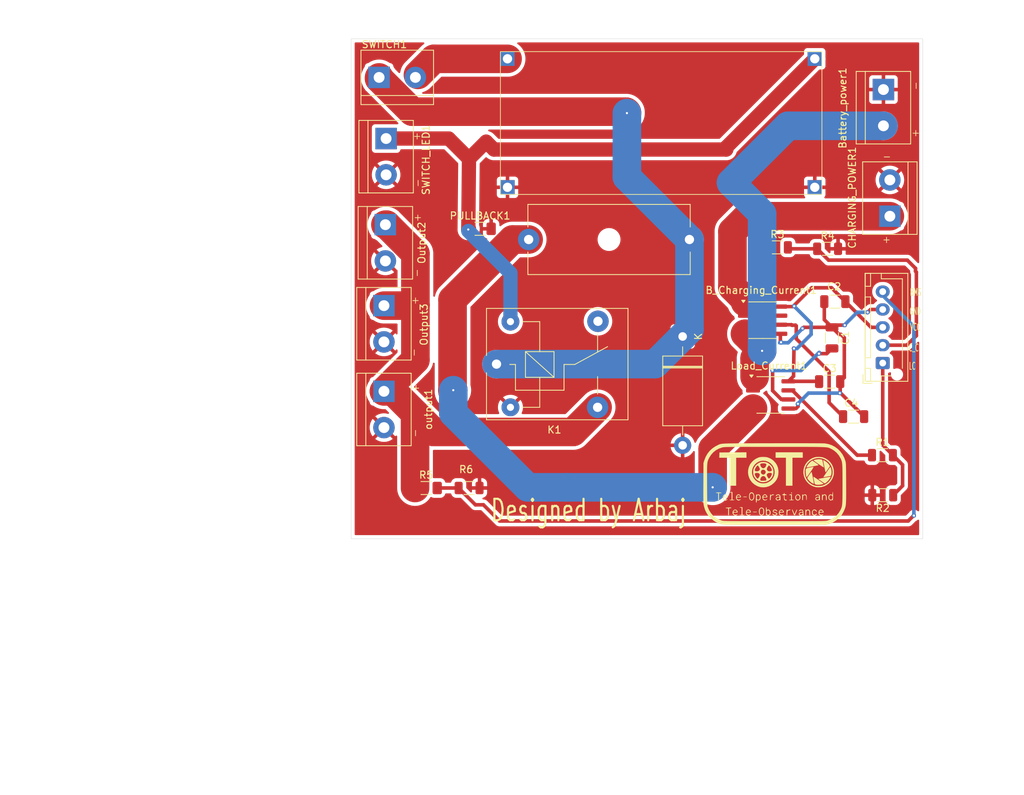
<source format=kicad_pcb>
(kicad_pcb (version 20240108) (generator "pcbnew") (generator_version "8.0")
  (layers (0 "F.Cu" signal) (31 "B.Cu" signal) (34 "B.Paste" user) (35 "F.Paste" user) (36 "B.SilkS" user "B.Silkscreen") (37 "F.SilkS" user "F.Silkscreen") (38 "B.Mask" user) (39 "F.Mask" user) (44 "Edge.Cuts" user))
  (net 0 "")
  (net 1 "Net-(Battery_power1-Pin_2)")
  (net 2 "/GND")
  (net 3 "Net-(B_Charging_Current1-FILTER)")
  (net 4 "/5v_R_pi_4")
  (net 5 "Net-(CHARGING_POWER1-Pin_1)")
  (net 6 "/charging_current")
  (net 7 "/R_pi_GND")
  (net 8 "Net-(Load_Current1-FILTER)")
  (net 9 "/16V")
  (net 10 "Net-(F1-Pad1)")
  (net 11 "/Charging_current_signal")
  (net 12 "/OUTPUT_VOLTAGE_Signal")
  (net 13 "/Load_current_signal")
  (net 14 "/O{slash}P_16V")
  (net 16 "/Relay_5V")
  (net 17 "/Load_current")
  (net 18 "Net-(SWITCH1-Pin_2)")
  (footprint "TerminalBlock:TerminalBlock_bornier-2_P5.08mm" (layer "F.Cu") (at 82.7 90.32 -90)
    (property "Reference" "Output2" (at 2.54 -5.08 90) (layer "F.SilkS"))
    (property "Value" "Screw_Terminal_01x02" (hide yes))
    (pad "1" thru_hole rect (at 0 0 270) (size 3 3) (drill 1.52) (layers "*.Cu" "*.Mask") (net 14 "/O{slash}P_16V"))
    (pad "2" thru_hole circle (at 5.08 0 270) (size 3 3) (drill 1.52) (layers "*.Cu" "*.Mask") (net 2 "/GND"))
  )
  (footprint "Package_SO:SOIC-8_3.9x4.9mm_P1.27mm" (layer "F.Cu") (at 136.625 114.165)
    (property "Reference" "Load_Current1" (at -0.245 -4.075 0) (layer "F.SilkS"))
    (property "Value" "ACS712xLCTR-20A" (hide yes))
    (pad "1" smd roundrect (at -2.475 -1.905) (size 1.95 0.6) (layers "F.Cu" "F.Paste" "F.Mask") (net 1 "Net-(Battery_power1-Pin_2)"))
    (pad "2" smd roundrect (at -2.475 -0.635) (size 1.95 0.6) (layers "F.Cu" "F.Paste" "F.Mask") (net 1 "Net-(Battery_power1-Pin_2)"))
    (pad "3" smd roundrect (at -2.475 0.635) (size 1.95 0.6) (layers "F.Cu" "F.Paste" "F.Mask") (net 10 "Net-(F1-Pad1)"))
    (pad "4" smd roundrect (at -2.475 1.905) (size 1.95 0.6) (layers "F.Cu" "F.Paste" "F.Mask") (net 10 "Net-(F1-Pad1)"))
    (pad "5" smd roundrect (at 2.475 1.905) (size 1.95 0.6) (layers "F.Cu" "F.Paste" "F.Mask") (net 7 "/R_pi_GND"))
    (pad "6" smd roundrect (at 2.475 0.635) (size 1.95 0.6) (layers "F.Cu" "F.Paste" "F.Mask") (net 8 "Net-(Load_Current1-FILTER)"))
    (pad "7" smd roundrect (at 2.475 -0.635) (size 1.95 0.6) (layers "F.Cu" "F.Paste" "F.Mask") (net 17 "/Load_current"))
    (pad "8" smd roundrect (at 2.475 -1.905) (size 1.95 0.6) (layers "F.Cu" "F.Paste" "F.Mask") (net 4 "/5v_R_pi_4"))
  )
  (footprint "Capacitor_SMD:C_1206_3216Metric" (layer "F.Cu") (at 144.875 112.3)
    (property "Reference" "C3" (at 0 -1.85 0) (layer "F.SilkS"))
    (property "Value" "0.1uF")
    (pad "1" smd roundrect (at -1.475 0) (size 1.15 1.8) (layers "F.Cu" "F.Paste" "F.Mask") (roundrect_rratio 0.217391) (net 4 "/5v_R_pi_4"))
    (pad "2" smd roundrect (at 1.475 0) (size 1.15 1.8) (layers "F.Cu" "F.Paste" "F.Mask") (roundrect_rratio 0.217391) (net 7 "/R_pi_GND"))
  )
  (footprint "TerminalBlock:TerminalBlock_bornier-2_P5.08mm" (layer "F.Cu") (at 153.3 89.14 90)
    (property "Reference" "CHARGING_POWER1" (at 2.6 -5.27 90) (layer "F.SilkS"))
    (property "Value" "Screw_Terminal_01x02" (hide yes))
    (pad "1" thru_hole rect (at 0 0 90) (size 3 3) (drill 1.52) (layers "*.Cu" "*.Mask") (net 5 "Net-(CHARGING_POWER1-Pin_1)"))
    (pad "2" thru_hole circle (at 5.08 0 90) (size 3 3) (drill 1.52) (layers "*.Cu" "*.Mask") (net 2 "/GND"))
  )
  (footprint "TerminalBlock:TerminalBlock_bornier-2_P5.08mm" (layer "F.Cu") (at 81.82 69.7)
    (property "Reference" "SWITCH1" (at 0.74 -4.62 0) (layer "F.SilkS"))
    (property "Value" "Screw_Terminal_01x02" (hide yes))
    (pad "1" thru_hole rect (at 0 0) (size 3 3) (drill 1.52) (layers "*.Cu" "*.Mask") (net 9 "/16V"))
    (pad "2" thru_hole circle (at 5.08 0) (size 3 3) (drill 1.52) (layers "*.Cu" "*.Mask") (net 18 "Net-(SWITCH1-Pin_2)"))
  )
  (footprint "TerminalBlock:TerminalBlock_bornier-2_P5.08mm" (layer "F.Cu") (at 82.5 113.66 -90)
    (property "Reference" "output1" (at 2.52 -6.22 90) (layer "F.SilkS"))
    (property "Value" "Screw_Terminal_01x02" (hide yes))
    (pad "1" thru_hole rect (at 0 0 270) (size 3 3) (drill 1.52) (layers "*.Cu" "*.Mask") (net 14 "/O{slash}P_16V"))
    (pad "2" thru_hole circle (at 5.08 0 270) (size 3 3) (drill 1.52) (layers "*.Cu" "*.Mask") (net 2 "/GND"))
  )
  (footprint "Capacitor_SMD:C_1206_3216Metric" (layer "F.Cu") (at 145.6 101.1)
    (property "Reference" "C2" (at -0.1 -2.1 0) (layer "F.SilkS"))
    (property "Value" "0.1uF")
    (pad "1" smd roundrect (at -1.475 0) (size 1.15 1.8) (layers "F.Cu" "F.Paste" "F.Mask") (roundrect_rratio 0.217391) (net 7 "/R_pi_GND"))
    (pad "2" smd roundrect (at 1.475 0) (size 1.15 1.8) (layers "F.Cu" "F.Paste" "F.Mask") (roundrect_rratio 0.217391) (net 4 "/5v_R_pi_4"))
  )
  (footprint "TerminalBlock:TerminalBlock_bornier-2_P5.08mm" (layer "F.Cu") (at 82.8 78.26 -90)
    (property "Reference" "SWITCH_LED1" (at 2.99 -5.59 90) (layer "F.SilkS"))
    (property "Value" "Screw_Terminal_01x02" (hide yes))
    (pad "1" thru_hole rect (at 0 0 270) (size 3 3) (drill 1.52) (layers "*.Cu" "*.Mask") (net 16 "/Relay_5V"))
    (pad "2" thru_hole circle (at 5.08 0 270) (size 3 3) (drill 1.52) (layers "*.Cu" "*.Mask") (net 2 "/GND"))
  )
  (footprint "Capacitor_SMD:C_1206_3216Metric" (layer "F.Cu") (at 145.2 106.175 -90)
    (property "Reference" "C1" (at 0 -1.85 90) (layer "F.SilkS"))
    (property "Value" "1nF")
    (pad "1" smd roundrect (at -1.475 0 270) (size 1.15 1.8) (layers "F.Cu" "F.Paste" "F.Mask") (roundrect_rratio 0.217391) (net 7 "/R_pi_GND"))
    (pad "2" smd roundrect (at 1.475 0 270) (size 1.15 1.8) (layers "F.Cu" "F.Paste" "F.Mask") (roundrect_rratio 0.217391) (net 8 "Net-(Load_Current1-FILTER)"))
  )
  (footprint "Capacitor_SMD:C_1206_3216Metric" (layer "F.Cu") (at 148.225 117.2)
    (property "Reference" "C4" (at -0.325 -1.9 0) (layer "F.SilkS"))
    (property "Value" "1nF")
    (pad "1" smd roundrect (at -1.475 0) (size 1.15 1.8) (layers "F.Cu" "F.Paste" "F.Mask") (roundrect_rratio 0.217391) (net 3 "Net-(B_Charging_Current1-FILTER)"))
    (pad "2" smd roundrect (at 1.475 0) (size 1.15 1.8) (layers "F.Cu" "F.Paste" "F.Mask") (roundrect_rratio 0.217391) (net 7 "/R_pi_GND"))
  )
  (footprint "Connector_JST:JST_XH_B5B-XH-AM_1x05_P2.50mm_Vertical" (layer "F.Cu") (at 152.3 109.7 90)
    (property "Reference" "J1" (hide yes))
    (property "Value" "Conn_01x05_Socket" (hide yes))
    (pad "" np_thru_hole circle (at -1.6 2 90) (size 1.2 1.2) (drill 1.2) (layers "*.Cu" "*.Mask"))
    (pad "1" thru_hole roundrect (at 0 0 90) (size 1.7 1.95) (drill 0.95) (layers "*.Cu" "*.Mask") (roundrect_rratio 0.147059) (net 13 "/Load_current_signal"))
    (pad "2" thru_hole oval (at 2.5 0 90) (size 1.7 1.95) (drill 0.95) (layers "*.Cu" "*.Mask") (net 11 "/Charging_current_signal"))
    (pad "3" thru_hole oval (at 5 0 90) (size 1.7 1.95) (drill 0.95) (layers "*.Cu" "*.Mask") (net 4 "/5v_R_pi_4"))
    (pad "4" thru_hole oval (at 7.5 0 90) (size 1.7 1.95) (drill 0.95) (layers "*.Cu" "*.Mask") (net 7 "/R_pi_GND"))
    (pad "5" thru_hole oval (at 10 0 90) (size 1.7 1.95) (drill 0.95) (layers "*.Cu" "*.Mask") (net 12 "/OUTPUT_VOLTAGE_Signal"))
  )
  (footprint "LOGOS.preety:toto" (layer "F.Cu") (at 137.19 126.72)
    (property "Reference" "G***" (hide yes))
    (property "Value" "LOGO" (hide yes))
  )
  (footprint "Resistor_SMD:R_1206_3216Metric" (layer "F.Cu") (at 152.3 128.2 180)
    (property "Reference" "R2" (at 0 -1.82 0) (layer "F.SilkS"))
    (property "Value" "3.3k")
    (pad "1" smd roundrect (at -1.4625 0 180) (size 1.125 1.75) (layers "F.Cu" "F.Paste" "F.Mask") (roundrect_rratio 0.222222) (net 13 "/Load_current_signal"))
    (pad "2" smd roundrect (at 1.4625 0 180) (size 1.125 1.75) (layers "F.Cu" "F.Paste" "F.Mask") (roundrect_rratio 0.222222) (net 2 "/GND"))
  )
  (footprint "Diode_THT:D_DO-27_P15.24mm_Horizontal" (layer "F.Cu") (at 124.3 105.98 -90)
    (property "Reference" "D1" (hide yes))
    (property "Value" "D" (hide yes))
    (fp_text user "K" (at 0 -2.2 90) (layer "F.SilkS"))
    (pad "1" thru_hole rect (at 0 0 270) (size 2.4 2.4) (drill 1.2) (layers "*.Cu" "*.Mask") (net 9 "/16V"))
    (pad "2" thru_hole oval (at 15.24 0 270) (size 2.4 2.4) (drill 1.2) (layers "*.Cu" "*.Mask") (net 2 "/GND"))
  )
  (footprint "TerminalBlock:TerminalBlock_bornier-2_P5.08mm" (layer "F.Cu") (at 152.4 71.4 -90)
    (property "Reference" "Battery_power1" (at 2.6 5.7 90) (layer "F.SilkS"))
    (property "Value" "Screw_Terminal_01x02" (hide yes))
    (pad "1" thru_hole rect (at 0 0 270) (size 3 3) (drill 1.52) (layers "*.Cu" "*.Mask") (net 2 "/GND"))
    (pad "2" thru_hole circle (at 5.08 0 270) (size 3 3) (drill 1.52) (layers "*.Cu" "*.Mask") (net 1 "Net-(Battery_power1-Pin_2)"))
  )
  (footprint "Package_SO:SOIC-8_3.9x4.9mm_P1.27mm" (layer "F.Cu") (at 135.5 103.7)
    (property "Reference" "B_Charging_Current1" (at -0.2 -4.2 0) (layer "F.SilkS"))
    (property "Value" "ACS712xLCTR-20A" (hide yes))
    (pad "1" smd roundrect (at -2.475 -1.905) (size 1.95 0.6) (layers "F.Cu" "F.Paste" "F.Mask") (net 5 "Net-(CHARGING_POWER1-Pin_1)"))
    (pad "2" smd roundrect (at -2.475 -0.635) (size 1.95 0.6) (layers "F.Cu" "F.Paste" "F.Mask") (net 5 "Net-(CHARGING_POWER1-Pin_1)"))
    (pad "3" smd roundrect (at -2.475 0.635) (size 1.95 0.6) (layers "F.Cu" "F.Paste" "F.Mask") (net 1 "Net-(Battery_power1-Pin_2)"))
    (pad "4" smd roundrect (at -2.475 1.905) (size 1.95 0.6) (layers "F.Cu" "F.Paste" "F.Mask") (net 1 "Net-(Battery_power1-Pin_2)"))
    (pad "5" smd roundrect (at 2.475 1.905) (size 1.95 0.6) (layers "F.Cu" "F.Paste" "F.Mask") (net 7 "/R_pi_GND"))
    (pad "6" smd roundrect (at 2.475 0.635) (size 1.95 0.6) (layers "F.Cu" "F.Paste" "F.Mask") (net 3 "Net-(B_Charging_Current1-FILTER)"))
    (pad "7" smd roundrect (at 2.475 -0.635) (size 1.95 0.6) (layers "F.Cu" "F.Paste" "F.Mask") (net 6 "/charging_current"))
    (pad "8" smd roundrect (at 2.475 -1.905) (size 1.95 0.6) (layers "F.Cu" "F.Paste" "F.Mask") (net 4 "/5v_R_pi_4"))
  )
  (footprint "LOGOS.preety:toto" (layer "F.Cu") (at 122.6 164.55)
    (property "Reference" "G***" (hide yes))
    (property "Value" "LOGO" (hide yes))
  )
  (footprint "Resistor_SMD:R_1206_3216Metric" (layer "F.Cu") (at 137.5625 93.5)
    (property "Reference" "R3" (at 0 -1.82 0) (layer "F.SilkS"))
    (property "Value" "2.2k")
    (pad "1" smd roundrect (at -1.4625 0) (size 1.125 1.75) (layers "F.Cu" "F.Paste" "F.Mask") (roundrect_rratio 0.222222) (net 6 "/charging_current"))
    (pad "2" smd roundrect (at 1.4625 0) (size 1.125 1.75) (layers "F.Cu" "F.Paste" "F.Mask") (roundrect_rratio 0.222222) (net 11 "/Charging_current_signal"))
  )
  (footprint "LOGOS.preety:toto" (layer "F.Cu") (at 38.76 110.6)
    (property "Reference" "G***" (hide yes))
    (property "Value" "LOGO" (hide yes))
  )
  (footprint "Relay_THT:Relay_SPDT_SANYOU_SRD_Series_Form_C" (layer "F.Cu") (at 98.25 109.85)
    (property "Reference" "K1" (at 8.1 9.2 0) (layer "F.SilkS"))
    (property "Value" "RELAY" (hide yes))
    (pad "1" thru_hole circle (at 0 0 90) (size 3 3) (drill 1.3) (layers "*.Cu" "*.Mask") (net 9 "/16V"))
    (pad "2" thru_hole circle (at 1.95 6.05 90) (size 2.5 2.5) (drill 1) (layers "*.Cu" "*.Mask") (net 2 "/GND"))
    (pad "3" thru_hole circle (at 14.15 6.05 90) (size 3 3) (drill 1.3) (layers "*.Cu" "*.Mask") (net 14 "/O{slash}P_16V"))
    (pad "4" thru_hole circle (at 14.2 -6 90) (size 3 3) (drill 1.3) (layers "*.Cu" "*.Mask"))
    (pad "5" thru_hole circle (at 1.95 -5.95 90) (size 2.5 2.5) (drill 1) (layers "*.Cu" "*.Mask") (net 16 "/Relay_5V"))
  )
  (footprint "TerminalBlock:TerminalBlock_bornier-2_P5.08mm" (layer "F.Cu") (at 82.5 101.66 -90)
    (property "Reference" "Output3" (at 2.65 -5.6 90) (layer "F.SilkS"))
    (property "Value" "Screw_Terminal_01x02" (hide yes))
    (pad "1" thru_hole rect (at 0 0 270) (size 3 3) (drill 1.52) (layers "*.Cu" "*.Mask") (net 14 "/O{slash}P_16V"))
    (pad "2" thru_hole circle (at 5.08 0 270) (size 3 3) (drill 1.52) (layers "*.Cu" "*.Mask") (net 2 "/GND"))
  )
  (footprint "Resistor_SMD:R_1206_3216Metric_Pad1.30x1.75mm_HandSolder" (layer "F.Cu") (at 95.95 90.9)
    (property "Reference" "PULLBACK1" (at 0 -1.82 0) (layer "F.SilkS"))
    (property "Value" "10k Ohm")
    (pad "1" smd roundrect (at -1.55 0) (size 1.3 1.75) (layers "F.Cu" "F.Paste" "F.Mask") (roundrect_rratio 0.192308) (net 16 "/Relay_5V"))
    (pad "2" smd roundrect (at 1.55 0) (size 1.3 1.75) (layers "F.Cu" "F.Paste" "F.Mask") (roundrect_rratio 0.192308) (net 2 "/GND"))
  )
  (footprint "Resistor_SMD:R_1206_3216Metric" (layer "F.Cu") (at 144.5875 93.7)
    (property "Reference" "R4" (at 0 -1.82 0) (layer "F.SilkS"))
    (property "Value" "3.3k")
    (pad "1" smd roundrect (at -1.4625 0) (size 1.125 1.75) (layers "F.Cu" "F.Paste" "F.Mask") (roundrect_rratio 0.222222) (net 11 "/Charging_current_signal"))
    (pad "2" smd roundrect (at 1.4625 0) (size 1.125 1.75) (layers "F.Cu" "F.Paste" "F.Mask") (roundrect_rratio 0.222222) (net 2 "/GND"))
  )
  (footprint "MY_Custom_library:Lm2596" (layer "F.Cu") (at 98.79 66.09)
    (property "Reference" "U1" (hide yes))
    (property "Value" "~" (hide yes))
    (pad "1" thru_hole rect (at 1 1) (size 2 2) (drill 1.3) (layers "*.Cu" "*.Mask") (net 18 "Net-(SWITCH1-Pin_2)"))
    (pad "2" thru_hole rect (at 1 19) (size 2 2) (drill 1.3) (layers "*.Cu" "*.Mask") (net 2 "/GND"))
    (pad "3" thru_hole rect (at 44 1) (size 2 2) (drill 1.3) (layers "*.Cu" "*.Mask") (net 16 "/Relay_5V"))
    (pad "4" thru_hole rect (at 44 19) (size 2 2) (drill 1.3) (layers "*.Cu" "*.Mask") (net 2 "/GND"))
  )
  (footprint "Resistor_SMD:R_1206_3216Metric" (layer "F.Cu") (at 94.4125 127.2)
    (property "Reference" "R6" (at -0.4125 -2.6 0) (layer "F.SilkS"))
    (property "Value" "2.2k")
    (pad "1" smd roundrect (at -1.4625 0) (size 1.125 1.75) (layers "F.Cu" "F.Paste" "F.Mask") (roundrect_rratio 0.222222) (net 12 "/OUTPUT_VOLTAGE_Signal"))
    (pad "2" smd roundrect (at 1.4625 0) (size 1.125 1.75) (layers "F.Cu" "F.Paste" "F.Mask") (roundrect_rratio 0.222222) (net 2 "/GND"))
  )
  (footprint "Resistor_SMD:R_1206_3216Metric_Pad1.30x1.75mm_HandSolder" (layer "F.Cu") (at 88.4 127.2)
    (property "Reference" "R5" (at 0 -1.82 0) (layer "F.SilkS"))
    (property "Value" "10k")
    (pad "1" smd roundrect (at -1.55 0) (size 1.3 1.75) (layers "F.Cu" "F.Paste" "F.Mask") (roundrect_rratio 0.192308) (net 14 "/O{slash}P_16V"))
    (pad "2" smd roundrect (at 1.55 0) (size 1.3 1.75) (layers "F.Cu" "F.Paste" "F.Mask") (roundrect_rratio 0.192308) (net 12 "/OUTPUT_VOLTAGE_Signal"))
  )
  (footprint "Resistor_SMD:R_1206_3216Metric" (layer "F.Cu") (at 152.2625 122.6)
    (property "Reference" "R1" (at 0 -1.82 0) (layer "F.SilkS"))
    (property "Value" "2.2k")
    (pad "1" smd roundrect (at -1.4625 0) (size 1.125 1.75) (layers "F.Cu" "F.Paste" "F.Mask") (roundrect_rratio 0.222222) (net 17 "/Load_current"))
    (pad "2" smd roundrect (at 1.4625 0) (size 1.125 1.75) (layers "F.Cu" "F.Paste" "F.Mask") (roundrect_rratio 0.222222) (net 13 "/Load_current_signal"))
  )
  (footprint "Fuse:Fuseholder_Cylinder-5x20mm_Schurter_0031_8201_Horizontal_Open" (layer "F.Cu") (at 102.75 92.4)
    (property "Reference" "F1" (hide yes))
    (property "Value" "Fuse_Small" (hide yes))
    (pad "" np_thru_hole circle (at 11.25 0) (size 2.7 2.7) (drill 2.7) (layers "*.Cu" "*.Mask"))
    (pad "1" thru_hole circle (at 0 0) (size 3 3) (drill 1.3) (layers "*.Cu" "*.Mask") (net 10 "Net-(F1-Pad1)"))
    (pad "2" thru_hole circle (at 22.5 0) (size 3 3) (drill 1.3) (layers "*.Cu" "*.Mask") (net 9 "/16V"))
  )
  (gr_rect (start 77.9 64.3) (end 157.9 134.3) (stroke (width 0.05)) (fill none) (layer "Edge.Cuts"))
  (gr_text "LC" (at 155.92 110.71 0) (layer "F.SilkS") (effects (font (size 1 0.5) (thickness 0.1)) (justify left bottom)))
  (gr_text "+" (at 86.23 101.46 0) (layer "F.SilkS") (effects (font (size 1 1) (thickness 0.1)) (justify left bottom)))
  (gr_text "-\n" (at 87.25 108.91 90) (layer "F.SilkS") (effects (font (size 1 1) (thickness 0.1)) (justify left bottom)))
  (gr_text "+" (at 86.55 89.85 0) (layer "F.SilkS") (effects (font (size 1 1) (thickness 0.1)) (justify left bottom)))
  (gr_text "-\n" (at 87.43 120.2 90) (layer "F.SilkS") (effects (font (size 1 1) (thickness 0.1)) (justify left bottom)))
  (gr_text "VCC" (at 156.08 105.26 0) (layer "F.SilkS") (effects (font (size 1 0.5) (thickness 0.1)) (justify left bottom)))
  (gr_text "+\n" (at 156.24 78.02 0) (layer "F.SilkS") (effects (font (size 1 1) (thickness 0.1)) (justify left bottom)))
  (gr_text "-\n" (at 87.67 97.77 90) (layer "F.SilkS") (effects (font (size 1 1) (thickness 0.1)) (justify left bottom)))
  (gr_text "-\n" (at 87.79 85.18 90) (layer "F.SilkS") (effects (font (size 1 1) (thickness 0.1)) (justify left bottom)))
  (gr_text "-\n" (at 152.2 81.35 0) (layer "F.SilkS") (effects (font (size 1 1) (thickness 0.1)) (justify left bottom)))
  (gr_text "BMS" (at 156.08 100.36 0) (layer "F.SilkS") (effects (font (size 1 0.5) (thickness 0.1)) (justify left bottom)))
  (gr_text "Designed by Arbaj" (at 97.28 132.09 0) (layer "F.SilkS") (effects (font (size 3 2) (thickness 0.3) (bold yes)) (justify left bottom)))
  (gr_text "-\n" (at 157.49 71.56 90) (layer "F.SilkS") (effects (font (size 1 1) (thickness 0.1)) (justify left bottom)))
  (gr_text "+" (at 86.46 78.47 0) (layer "F.SilkS") (effects (font (size 1 1) (thickness 0.1)) (justify left bottom)))
  (gr_text "GND" (at 156.01 103.04 0) (layer "F.SilkS") (effects (font (size 1 0.5) (thickness 0.1)) (justify left bottom)))
  (gr_text "+" (at 152.15 92.97 0) (layer "F.SilkS") (effects (font (size 1 1) (thickness 0.1)) (justify left bottom)))
  (gr_text "C_C" (at 155.88 108.15 0) (layer "F.SilkS") (effects (font (size 1 0.5) (thickness 0.1)) (justify left bottom)))
  (gr_text "+" (at 86.3 113.72 0) (layer "F.SilkS") (effects (font (size 1 1) (thickness 0.1)) (justify left bottom)))
  (segment (start 133.035 105.605) (end 135.42 107.99) (width 4) (layer "F.Cu") (net 1))
  (segment (start 134.37 109.04) (end 134.37 111.64) (width 4) (layer "F.Cu") (net 1))
  (segment (start 133.025 105.605) (end 133.035 105.605) (width 4) (layer "F.Cu") (net 1))
  (segment (start 135.42 107.99) (end 134.37 109.04) (width 4) (layer "F.Cu") (net 1))
  (via (at 135.42 107.99) (size 0.6) (drill 0.3) (layers "F.Cu" "B.Cu") (net 1))
  (segment (start 135.42 88.79) (end 135.42 107.99) (width 4) (layer "B.Cu") (net 1))
  (segment (start 131.07 84.44) (end 135.42 88.79) (width 4) (layer "B.Cu") (net 1))
  (segment (start 135.42 107.99) (end 135.42 107.874823) (width 4) (layer "B.Cu") (net 1))
  (segment (start 152.4 76.48) (end 139.03 76.48) (width 4) (layer "B.Cu") (net 1))
  (segment (start 139.03 76.48) (end 131.07 84.44) (width 4) (layer "B.Cu") (net 1))
  (segment (start 139.535 104.335) (end 137.975 104.335) (width 0.5) (layer "F.Cu") (net 3))
  (segment (start 140.2 106.3) (end 140.2 104.5) (width 0.5) (layer "F.Cu") (net 3))
  (segment (start 144.8 115.25) (end 144.8 110.9) (width 0.5) (layer "F.Cu") (net 3))
  (segment (start 144.8 110.9) (end 140.2 106.3) (width 0.5) (layer "F.Cu") (net 3))
  (segment (start 140.1 104.4) (end 139.6 104.4) (width 0.5) (layer "F.Cu") (net 3))
  (segment (start 139.6 104.4) (end 139.535 104.335) (width 0.5) (layer "F.Cu") (net 3))
  (segment (start 146.75 117.2) (end 144.8 115.25) (width 0.5) (layer "F.Cu") (net 3))
  (segment (start 140.2 104.5) (end 140.1 104.4) (width 0.5) (layer "F.Cu") (net 3))
  (segment (start 142.37 99.16) (end 145.135 99.16) (width 0.5) (layer "F.Cu") (net 4))
  (segment (start 152.3 104.7) (end 150.675 104.7) (width 0.5) (layer "F.Cu") (net 4))
  (segment (start 143.36 112.26) (end 143.4 112.3) (width 0.5) (layer "F.Cu") (net 4))
  (segment (start 150.675 104.7) (end 147.075 101.1) (width 0.5) (layer "F.Cu") (net 4))
  (segment (start 139.88 107.67) (end 139.82 107.62) (width 0.5) (layer "F.Cu") (net 4))
  (segment (start 139.735 101.795) (end 142.37 99.16) (width 0.5) (layer "F.Cu") (net 4))
  (segment (start 137.975 101.795) (end 139.735 101.795) (width 0.5) (layer "F.Cu") (net 4))
  (segment (start 139.1 112.26) (end 143.36 112.26) (width 0.5) (layer "F.Cu") (net 4))
  (segment (start 139.82 111.54) (end 139.88 107.67) (width 0.5) (layer "F.Cu") (net 4))
  (segment (start 139.1 112.26) (end 139.82 111.54) (width 0.5) (layer "F.Cu") (net 4))
  (segment (start 145.135 99.16) (end 147.075 101.1) (width 0.5) (layer "F.Cu") (net 4))
  (via (at 139.91 101.74) (size 0.6) (drill 0.3) (layers "F.Cu" "B.Cu") (net 4))
  (via (at 139.88 107.67) (size 0.6) (drill 0.3) (layers "F.Cu" "B.Cu") (net 4))
  (segment (start 139.88 107.67) (end 140.3 107.67) (width 0.5) (layer "B.Cu") (net 4))
  (segment (start 139.91 101.74) (end 139.9 101.74) (width 0.5) (layer "B.Cu") (net 4))
  (segment (start 142.28 105.69) (end 142.28 104.12) (width 0.5) (layer "B.Cu") (net 4))
  (segment (start 142.28 104.12) (end 139.91 101.75) (width 0.5) (layer "B.Cu") (net 4))
  (segment (start 139.9 101.74) (end 139.86 101.7) (width 0.5) (layer "B.Cu") (net 4))
  (segment (start 140.3 107.67) (end 142.28 105.69) (width 0.5) (layer "B.Cu") (net 4))
  (segment (start 139.91 101.75) (end 139.91 101.74) (width 0.5) (layer "B.Cu") (net 4))
  (segment (start 131.27 99.06) (end 132.92 100.71) (width 4) (layer "F.Cu") (net 5))
  (segment (start 133.035 100.825) (end 133.035 101.19) (width 4) (layer "F.Cu") (net 5))
  (segment (start 131.27 91.26) (end 131.27 99.06) (width 4) (layer "F.Cu") (net 5))
  (segment (start 133.39 89.14) (end 131.27 91.26) (width 4) (layer "F.Cu") (net 5))
  (segment (start 153.3 89.14) (end 133.39 89.14) (width 4) (layer "F.Cu") (net 5))
  (segment (start 132.92 100.71) (end 133.035 100.825) (width 4) (layer "F.Cu") (net 5))
  (segment (start 137.975 103.065) (end 137.000001 103.065) (width 0.5) (layer "F.Cu") (net 6))
  (segment (start 137.000001 103.065) (end 136.1 102.164999) (width 0.5) (layer "F.Cu") (net 6))
  (segment (start 136.1 102.164999) (end 136.1 93.5) (width 0.5) (layer "F.Cu") (net 6))
  (segment (start 150.18 102.59) (end 150.18 102.62) (width 0.5) (layer "F.Cu") (net 7))
  (segment (start 152.3 102.2) (end 150.6 102.2) (width 0.5) (layer "F.Cu") (net 7))
  (segment (start 150.21 102.59) (end 150.18 102.59) (width 0.5) (layer "F.Cu") (net 7))
  (segment (start 140.44 115.78) (end 140.15 116.07) (width 0.5) (layer "F.Cu") (net 7))
  (segment (start 146.925 111.725) (end 146.35 112.3) (width 0.5) (layer "F.Cu") (net 7))
  (segment (start 144.125 103.625) (end 145.2 104.7) (width 0.5) (layer "F.Cu") (net 7))
  (segment (start 137.975 105.605) (end 137.975 106.695) (width 0.5) (layer "F.Cu") (net 7))
  (segment (start 146.99 104.39) (end 145.51 104.39) (width 0.5) (layer "F.Cu") (net 7))
  (segment (start 140.15 116.07) (end 139.1 116.07) (width 0.5) (layer "F.Cu") (net 7))
  (segment (start 141.07 104.86) (end 141.07 104.88) (width 0.5) (layer "F.Cu") (net 7))
  (segment (start 146.35 113.85) (end 149.7 117.2) (width 0.5) (layer "F.Cu") (net 7))
  (segment (start 145.51 104.39) (end 145.2 104.7) (width 0.5) (layer "F.Cu") (net 7))
  (segment (start 141.07 104.88) (end 141.01 104.94) (width 0.5) (layer "F.Cu") (net 7))
  (segment (start 146.925 106.165) (end 146.925 111.725) (width 0.5) (layer "F.Cu") (net 7))
  (segment (start 145.2 104.7) (end 146.19 105.69) (width 0.5) (layer "F.Cu") (net 7))
  (segment (start 144.125 101.1) (end 144.125 103.625) (width 0.5) (layer "F.Cu") (net 7))
  (segment (start 146.19 105.69) (end 146.45 105.69) (width 0.5) (layer "F.Cu") (net 7))
  (segment (start 145.2 104.7) (end 141.25 104.7) (width 0.5) (layer "F.Cu") (net 7))
  (segment (start 140.44 115.41) (end 140.44 115.78) (width 0.5) (layer "F.Cu") (net 7))
  (segment (start 137.975 106.695) (end 138.07 106.79) (width 0.5) (layer "F.Cu") (net 7))
  (segment (start 141.25 104.7) (end 141.09 104.86) (width 0.5) (layer "F.Cu") (net 7))
  (segment (start 141.09 104.86) (end 141.07 104.86) (width 0.5) (layer "F.Cu") (net 7))
  (segment (start 150.18 102.62) (end 150.15 102.65) (width 0.5) (layer "F.Cu") (net 7))
  (segment (start 146.45 105.69) (end 146.925 106.165) (width 0.5) (layer "F.Cu") (net 7))
  (segment (start 146.35 112.3) (end 146.35 113.85) (width 0.5) (layer "F.Cu") (net 7))
  (segment (start 150.6 102.2) (end 150.21 102.59) (width 0.5) (layer "F.Cu") (net 7))
  (via (at 150.18 102.59) (size 0.6) (drill 0.3) (layers "F.Cu" "B.Cu") (net 7))
  (via (at 146.3 113.91) (size 0.6) (drill 0.3) (layers "F.Cu" "B.Cu") (net 7))
  (via (at 146.99 104.39) (size 0.6) (drill 0.3) (layers "F.Cu" "B.Cu") (net 7))
  (via (at 141.07 104.86) (size 0.6) (drill 0.3) (layers "F.Cu" "B.Cu") (net 7))
  (via (at 140.44 115.41) (size 0.6) (drill 0.3) (layers "F.Cu" "B.Cu") (net 7))
  (via (at 138.07 106.79) (size 0.6) (drill 0.3) (layers "F.Cu" "B.Cu") (net 7))
  (segment (start 148.73 102.59) (end 146.99 104.33) (width 0.5) (layer "B.Cu") (net 7))
  (segment (start 138.14 106.86) (end 138.07 106.79) (width 0.5) (layer "B.Cu") (net 7))
  (segment (start 138.07 106.79) (end 138 106.86) (width 0.5) (layer "B.Cu") (net 7))
  (segment (start 146.99 104.39) (end 146.93 104.39) (width 0.5) (layer "B.Cu") (net 7))
  (segment (start 146.93 104.39) (end 146.89 104.43) (width 0.5) (layer "B.Cu") (net 7))
  (segment (start 146.3 113.86) (end 146.24 113.92) (width 0.5) (layer "B.Cu") (net 7))
  (segment (start 140.41 115.41) (end 140.36 115.46) (width 0.5) (layer "B.Cu") (net 7))
  (segment (start 150.18 102.59) (end 148.73 102.59) (width 0.5) (layer "B.Cu") (net 7))
  (segment (start 141.07 104.86) (end 139.07 106.86) (width 0.5) (layer "B.Cu") (net 7))
  (segment (start 141.91 113.91) (end 140.44 115.38) (width 0.5) (layer "B.Cu") (net 7))
  (segment (start 146.99 104.33) (end 146.99 104.39) (width 0.5) (layer "B.Cu") (net 7))
  (segment (start 140.44 115.41) (end 140.41 115.41) (width 0.5) (layer "B.Cu") (net 7))
  (segment (start 139.07 106.86) (end 138.14 106.86) (width 0.5) (layer "B.Cu") (net 7))
  (segment (start 138 106.86) (end 137.87 106.86) (width 0.5) (layer "B.Cu") (net 7))
  (segment (start 146.3 113.91) (end 141.91 113.91) (width 0.5) (layer "B.Cu") (net 7))
  (segment (start 140.44 115.38) (end 140.44 115.41) (width 0.5) (layer "B.Cu") (net 7))
  (segment (start 146.3 113.91) (end 146.3 113.86) (width 0.5) (layer "B.Cu") (net 7))
  (segment (start 146.25 113.91) (end 146.3 113.91) (width 0.5) (layer "B.Cu") (net 7))
  (segment (start 136.87 110.75) (end 136.89 110.73) (width 0.5) (layer "F.Cu") (net 8))
  (segment (start 136.89 110.73) (end 136.89 110.68) (width 0.5) (layer "F.Cu") (net 8))
  (segment (start 143.37 108.38) (end 144.47 108.38) (width 0.5) (layer "F.Cu") (net 8))
  (segment (start 136.89 110.77) (end 136.87 110.75) (width 0.5) (layer "F.Cu") (net 8))
  (segment (start 139.1 114.8) (end 138.125001 114.8) (width 0.5) (layer "F.Cu") (net 8))
  (segment (start 138.125001 114.8) (end 136.89 113.564999) (width 0.5) (layer "F.Cu") (net 8))
  (segment (start 144.47 108.38) (end 145.2 107.65) (width 0.5) (layer "F.Cu") (net 8))
  (segment (start 136.89 113.564999) (end 136.89 110.77) (width 0.5) (layer "F.Cu") (net 8))
  (via (at 136.87 110.75) (size 0.6) (drill 0.3) (layers "F.Cu" "B.Cu") (net 8))
  (via (at 143.37 108.38) (size 0.6) (drill 0.3) (layers "F.Cu" "B.Cu") (net 8))
  (segment (start 143.37 108.38) (end 143.37 108.25) (width 0.5) (layer "B.Cu") (net 8))
  (segment (start 136.87 110.75) (end 140.87 110.75) (width 0.5) (layer "B.Cu") (net 8))
  (segment (start 143.37 108.25) (end 143.42 108.2) (width 0.5) (layer "B.Cu") (net 8))
  (segment (start 140.87 110.75) (end 143.24 108.38) (width 0.5) (layer "B.Cu") (net 8))
  (segment (start 143.24 108.38) (end 143.37 108.38) (width 0.5) (layer "B.Cu") (net 8))
  (segment (start 81.82 69.852591) (end 81.82 69.7) (width 4) (layer "F.Cu") (net 9))
  (segment (start 116.3 74.5) (end 86.467409 74.5) (width 4) (layer "F.Cu") (net 9))
  (segment (start 116.5 74.6) (end 116.4 74.5) (width 4) (layer "F.Cu") (net 9))
  (segment (start 116.5 74.7) (end 116.3 74.5) (width 4) (layer "F.Cu") (net 9))
  (segment (start 116.5 74.7) (end 116.5 74.6) (width 4) (layer "F.Cu") (net 9))
  (segment (start 86.467409 74.5) (end 81.82 69.852591) (width 4) (layer "F.Cu") (net 9))
  (via (at 116.5 74.7) (size 1) (drill 0.3) (layers "F.Cu" "B.Cu") (net 9))
  (segment (start 120.43 109.85) (end 98.25 109.85) (width 4) (layer "B.Cu") (net 9))
  (segment (start 124.3 105.98) (end 120.43 109.85) (width 4) (layer "B.Cu") (net 9))
  (segment (start 116.5 83.65) (end 125.25 92.4) (width 4) (layer "B.Cu") (net 9))
  (segment (start 125.25 105.03) (end 124.3 105.98) (width 4) (layer "B.Cu") (net 9))
  (segment (start 116.5 74.7) (end 116.5 83.65) (width 4) (layer "B.Cu") (net 9))
  (segment (start 125.25 92.4) (end 125.25 105.03) (width 4) (layer "B.Cu") (net 9))
  (segment (start 92.1 113.6) (end 92.1 113.7) (width 4) (layer "F.Cu") (net 10))
  (segment (start 92.1 100.8) (end 92.1 113.4) (width 4) (layer "F.Cu") (net 10))
  (segment (start 102.75 92.4) (end 100.5 92.4) (width 4) (layer "F.Cu") (net 10))
  (segment (start 100.5 92.4) (end 92.1 100.8) (width 4) (layer "F.Cu") (net 10))
  (segment (start 128.5 121.72) (end 128.5 127.1) (width 4) (layer "F.Cu") (net 10))
  (segment (start 134.15 116.07) (end 128.5 121.72) (width 4) (layer "F.Cu") (net 10))
  (segment (start 92.2 113.5) (end 92.1 113.6) (width 4) (layer "F.Cu") (net 10))
  (segment (start 92.1 113.4) (end 92.2 113.5) (width 4) (layer "F.Cu") (net 10))
  (via (at 128.5 127.1) (size 0.6) (drill 0.3) (layers "F.Cu" "B.Cu") (net 10))
  (via (at 92.2 113.5) (size 0.6) (drill 0.3) (layers "F.Cu" "B.Cu") (net 10))
  (segment (start 92.2 116.7) (end 96.5 121) (width 4) (layer "B.Cu") (net 10))
  (segment (start 102.6 127.1) (end 108.1 127.1) (width 4) (layer "B.Cu") (net 10))
  (segment (start 92.2 113.5) (end 92.2 116.7) (width 4) (layer "B.Cu") (net 10))
  (segment (start 128.5 127.1) (end 128.3 127.1) (width 4) (layer "B.Cu") (net 10))
  (segment (start 96.5 121) (end 102.6 127.1) (width 4) (layer "B.Cu") (net 10))
  (segment (start 108.1 127.1) (end 128.5 127.1) (width 4) (layer "B.Cu") (net 10))
  (segment (start 155.68 107.2) (end 152.3 107.2) (width 0.5) (layer "F.Cu") (net 11))
  (segment (start 156.89 96.44) (end 156.89 96.85) (width 0.5) (layer "F.Cu") (net 11))
  (segment (start 143.125 93.7) (end 139.225 93.7) (width 0.5) (layer "F.Cu") (net 11))
  (segment (start 139.225 93.7) (end 139.025 93.5) (width 0.5) (layer "F.Cu") (net 11))
  (segment (start 144.715 95.29) (end 155.74 95.29) (width 0.5) (layer "F.Cu") (net 11))
  (segment (start 155.74 95.29) (end 156.89 96.44) (width 0.5) (layer "F.Cu") (net 11))
  (segment (start 156.89 96.85) (end 157.01 96.97) (width 0.5) (layer "F.Cu") (net 11))
  (segment (start 143.125 93.7) (end 144.715 95.29) (width 0.5) (layer "F.Cu") (net 11))
  (segment (start 157.01 105.87) (end 155.68 107.2) (width 0.5) (layer "F.Cu") (net 11))
  (segment (start 157.01 96.97) (end 157.01 105.87) (width 0.5) (layer "F.Cu") (net 11))
  (segment (start 96.42 129.55) (end 98.69 131.82) (width 0.5) (layer "F.Cu") (net 12))
  (segment (start 92.95 127.2) (end 95.3 129.55) (width 0.5) (layer "F.Cu") (net 12))
  (segment (start 89.95 127.2) (end 92.95 127.2) (width 0.5) (layer "F.Cu") (net 12))
  (segment (start 156.62 131.06) (end 156.66 131.06) (width 0.5) (layer "F.Cu") (net 12))
  (segment (start 156.66 131.02) (end 156.69 130.99) (width 0.5) (layer "F.Cu") (net 12))
  (segment (start 95.3 129.55) (end 96.42 129.55) (width 0.5) (layer "F.Cu") (net 12))
  (segment (start 98.69 131.82) (end 155.86 131.82) (width 0.5) (layer "F.Cu") (net 12))
  (segment (start 155.86 131.82) (end 156.62 131.06) (width 0.5) (layer "F.Cu") (net 12))
  (segment (start 156.66 131.06) (end 156.66 131.02) (width 0.5) (layer "F.Cu") (net 12))
  (via (at 156.66 131.06) (size 0.6) (drill 0.3) (layers "F.Cu" "B.Cu") (net 12))
  (segment (start 156.66 104.596522) (end 152.3 100.236522) (width 0.5) (layer "B.Cu") (net 12))
  (segment (start 156.66 131.06) (end 156.66 104.596522) (width 0.5) (layer "B.Cu") (net 12))
  (segment (start 152.3 100.236522) (end 152.3 99.7) (width 0.5) (layer "B.Cu") (net 12))
  (segment (start 155.08 126.8825) (end 155.08 123.955) (width 0.5) (layer "F.Cu") (net 13))
  (segment (start 152.3 121.175) (end 152.3 109.7) (width 0.5) (layer "F.Cu") (net 13))
  (segment (start 153.7625 128.2) (end 155.08 126.8825) (width 0.5) (layer "F.Cu") (net 13))
  (segment (start 153.725 122.6) (end 152.3 121.175) (width 0.5) (layer "F.Cu") (net 13))
  (segment (start 155.08 123.955) (end 153.725 122.6) (width 0.5) (layer "F.Cu") (net 13))
  (segment (start 82.852591 90.32) (end 82.7 90.32) (width 4) (layer "F.Cu") (net 14))
  (segment (start 86.84 101.66) (end 86.9 101.6) (width 4) (layer "F.Cu") (net 14))
  (segment (start 89.45 119.35) (end 86.85 116.75) (width 4) (layer "F.Cu") (net 14))
  (segment (start 108.95 119.35) (end 89.45 119.35) (width 4) (layer "F.Cu") (net 14))
  (segment (start 86.9 101.6) (end 86.9 94.367409) (width 4) (layer "F.Cu") (net 14))
  (segment (start 82.5 113.66) (end 86.9 109.26) (width 4) (layer "F.Cu") (net 14))
  (segment (start 83.76 113.66) (end 82.5 113.66) (width 4) (layer "F.Cu") (net 14))
  (segment (start 86.9 109.26) (end 86.9 101.6) (width 4) (layer "F.Cu") (net 14))
  (segment (start 82.5 101.66) (end 86.84 101.66) (width 4) (layer "F.Cu") (net 14))
  (segment (start 86.9 94.367409) (end 82.852591 90.32) (width 4) (layer "F.Cu") (net 14))
  (segment (start 86.85 116.75) (end 83.76 113.66) (width 4) (layer "F.Cu") (net 14))
  (segment (start 112.4 115.9) (end 108.95 119.35) (width 4) (layer "F.Cu") (net 14))
  (segment (start 86.85 127.2) (end 86.85 116.75) (width 4) (layer "F.Cu") (net 14))
  (segment (start 130.4 79.5) (end 130.4 79.8) (width 2) (layer "F.Cu") (net 16))
  (segment (start 130.4 79.8) (end 97.9 79.8) (width 2) (layer "F.Cu") (net 16))
  (segment (start 91.56 78.26) (end 82.8 78.26) (width 2) (layer "F.Cu") (net 16))
  (segment (start 97.9 79.8) (end 96.8 78.7) (width 2) (layer "F.Cu") (net 16))
  (segment (start 96.8 78.7) (end 94.4 81.1) (width 2) (layer "F.Cu") (net 16))
  (segment (start 142.8 67.1) (end 130.4 79.5) (width 2) (layer "F.Cu") (net 16))
  (segment (start 94.3 91) (end 94.4 90.9) (width 2) (layer "F.Cu") (net 16))
  (segment (start 94.4 81.1) (end 91.56 78.26) (width 2) (layer "F.Cu") (net 16))
  (segment (start 94.4 81.1) (end 94.3 91) (width 2) (layer "F.Cu") (net 16))
  (via (at 94.3 91) (size 0.6) (drill 0.3) (layers "F.Cu" "B.Cu") (net 16))
  (segment (start 100.2 97.1) (end 94.3 91.2) (width 2) (layer "B.Cu") (net 16))
  (segment (start 100.2 103.9) (end 100.2 97.1) (width 2) (layer "B.Cu") (net 16))
  (segment (start 150.8 122.6) (end 148.727684 122.6) (width 0.5) (layer "F.Cu") (net 17))
  (segment (start 148.727684 122.6) (end 139.657684 113.53) (width 0.5) (layer "F.Cu") (net 17))
  (segment (start 139.657684 113.53) (end 139.1 113.53) (width 0.5) (layer "F.Cu") (net 17))
  (segment (start 89.5 67.1) (end 87.253552 69.346448) (width 4) (layer "F.Cu") (net 18))
  (segment (start 99.8 67.1) (end 89.5 67.1) (width 4) (layer "F.Cu") (net 18))
  (zone (net 2) (net_name "/GND") (layer "F.Cu") (connect_pads (clearance 0.5)) (min_thickness 0.25) (fill yes (thermal_gap 0.5) (thermal_bridge_width 0.5))
    (polygon (pts (xy 72.18 58.86) (xy 72.18 59.12) (xy 170.24 59.33) (xy 172.09 141.75) (xy 71.46 142.37) (xy 72 59.33)))
  )
)
</source>
